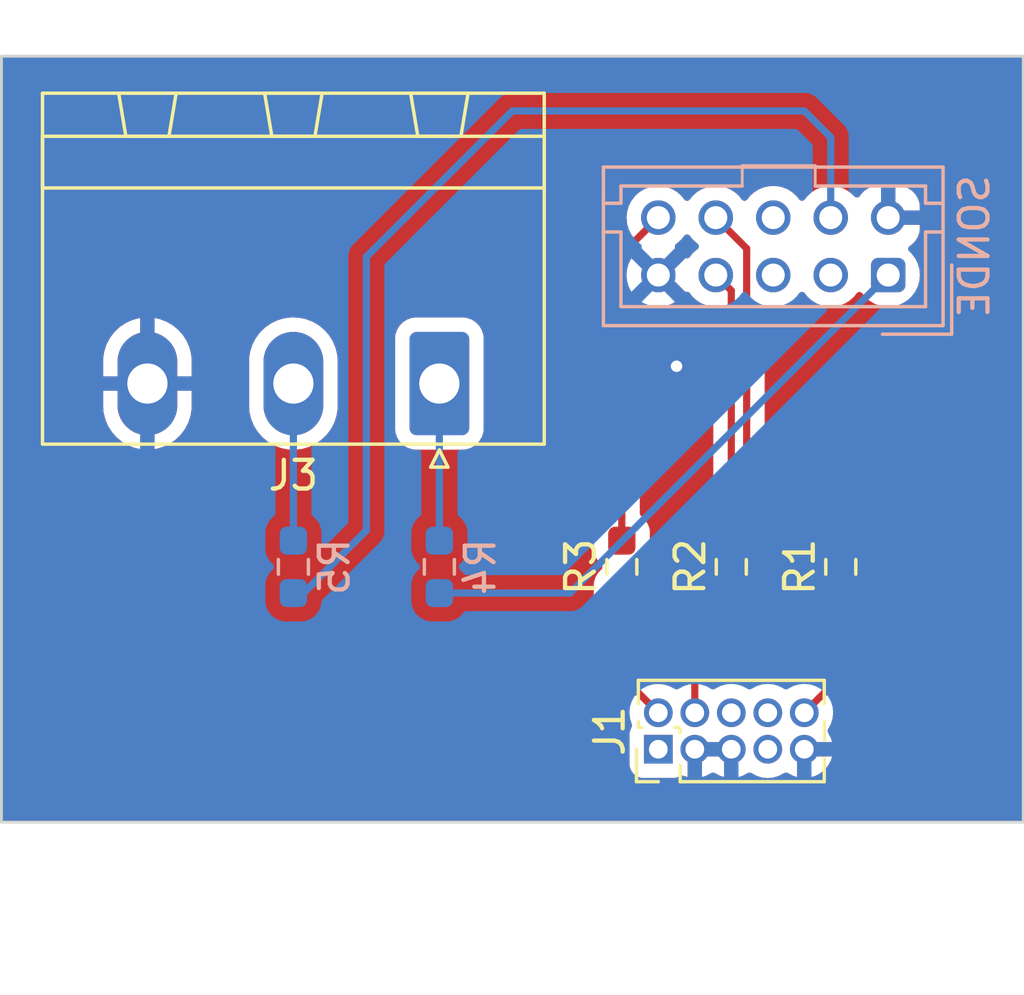
<source format=kicad_pcb>
(kicad_pcb (version 20221018) (generator pcbnew)
  (layers (0 "F.Cu" signal) (31 "B.Cu" signal) (34 "B.Paste" user) (35 "F.Paste" user) (36 "B.SilkS" user "B.Silkscreen") (37 "F.SilkS" user "F.Silkscreen") (38 "B.Mask" user) (39 "F.Mask" user) (44 "Edge.Cuts" user))
  (net 0 "")
  (net 2 "Net-(J1-SWDIO{slash}TMS)")
  (net 3 "GND")
  (net 4 "Net-(J1-SWDCLK{slash}TCK)")
  (net 8 "Net-(J1-~{RESET})")
  (net 9 "Net-(J3-Pin_1)")
  (net 10 "Net-(J3-Pin_2)")
  (net 11 "/MCU_RST")
  (net 12 "/SWDCLK")
  (net 13 "/SWDIO")
  (net 14 "/XDATA_RX")
  (net 15 "/XDATA_TX")
  (footprint "Resistor_SMD:R_0603_1608Metric_Pad0.98x0.95mm_HandSolder" (layer "F.Cu") (at 123.19 93.98 90)
    (fp_text reference "R3" (at 0 -1.43 90) (layer "F.SilkS"))
    (fp_text value "27")
    (fp_line (start -0.254724 -0.5225) (end 0.254724 -0.5225) (stroke (width 0.12)) (layer "F.SilkS"))
    (fp_line (start -0.254724 0.5225) (end 0.254724 0.5225) (stroke (width 0.12)) (layer "F.SilkS"))
    (pad "1" smd roundrect (at -0.9125 0 90) (size 0.975 0.95) (layers "F.Cu" "F.Paste" "F.Mask") (net 2 "Net-(J1-SWDIO{slash}TMS)"))
    (pad "2" smd roundrect (at 0.9125 0 90) (size 0.975 0.95) (layers "F.Cu" "F.Paste" "F.Mask") (net 13 "/SWDIO"))
  )
  (footprint "Resistor_SMD:R_0603_1608Metric_Pad0.98x0.95mm_HandSolder" (layer "F.Cu") (at 127 93.98 90)
    (fp_text reference "R2" (at 0 -1.43 90) (layer "F.SilkS"))
    (fp_text value "27")
    (fp_line (start -0.254724 -0.5225) (end 0.254724 -0.5225) (stroke (width 0.12)) (layer "F.SilkS"))
    (fp_line (start -0.254724 0.5225) (end 0.254724 0.5225) (stroke (width 0.12)) (layer "F.SilkS"))
    (pad "1" smd roundrect (at -0.9125 0 90) (size 0.975 0.95) (layers "F.Cu" "F.Paste" "F.Mask") (net 4 "Net-(J1-SWDCLK{slash}TCK)"))
    (pad "2" smd roundrect (at 0.9125 0 90) (size 0.975 0.95) (layers "F.Cu" "F.Paste" "F.Mask") (net 12 "/SWDCLK"))
  )
  (footprint "Resistor_SMD:R_0603_1608Metric_Pad0.98x0.95mm_HandSolder" (layer "F.Cu") (at 130.81 93.98 90)
    (fp_text reference "R1" (at 0 -1.43 90) (layer "F.SilkS"))
    (fp_text value "27")
    (fp_line (start -0.254724 -0.5225) (end 0.254724 -0.5225) (stroke (width 0.12)) (layer "F.SilkS"))
    (fp_line (start -0.254724 0.5225) (end 0.254724 0.5225) (stroke (width 0.12)) (layer "F.SilkS"))
    (pad "1" smd roundrect (at -0.9125 0 90) (size 0.975 0.95) (layers "F.Cu" "F.Paste" "F.Mask") (net 8 "Net-(J1-~{RESET})"))
    (pad "2" smd roundrect (at 0.9125 0 90) (size 0.975 0.95) (layers "F.Cu" "F.Paste" "F.Mask") (net 11 "/MCU_RST"))
  )
  (footprint "Connector_Phoenix_MSTB:PhoenixContact_MSTBA_2,5_3-G-5,08_1x03_P5.08mm_Horizontal" (layer "F.Cu") (at 116.84 87.5975 180)
    (fp_text reference "J3" (at 5.08 -3.2) (layer "F.SilkS"))
    (fp_text value "Conn_01x03_Socket")
    (fp_line (start -3.65 -2.11) (end -3.65 10.11) (stroke (width 0.12)) (layer "F.SilkS"))
    (fp_line (start -3.65 6.81) (end 13.81 6.81) (stroke (width 0.12)) (layer "F.SilkS"))
    (fp_line (start -3.65 8.61) (end -3.65 6.81) (stroke (width 0.12)) (layer "F.SilkS"))
    (fp_line (start -3.65 10.11) (end 13.81 10.11) (stroke (width 0.12)) (layer "F.SilkS"))
    (fp_line (start -1 10.11) (end 1 10.11) (stroke (width 0.12)) (layer "F.SilkS"))
    (fp_line (start -0.75 8.61) (end -1 10.11) (stroke (width 0.12)) (layer "F.SilkS"))
    (fp_line (start -0.3 -2.91) (end 0.3 -2.91) (stroke (width 0.12)) (layer "F.SilkS"))
    (fp_line (start 0 -2.31) (end -0.3 -2.91) (stroke (width 0.12)) (layer "F.SilkS"))
    (fp_line (start 0.3 -2.91) (end 0 -2.31) (stroke (width 0.12)) (layer "F.SilkS"))
    (fp_line (start 0.75 8.61) (end -0.75 8.61) (stroke (width 0.12)) (layer "F.SilkS"))
    (fp_line (start 1 10.11) (end 0.75 8.61) (stroke (width 0.12)) (layer "F.SilkS"))
    (fp_line (start 4.08 10.11) (end 6.08 10.11) (stroke (width 0.12)) (layer "F.SilkS"))
    (fp_line (start 4.33 8.61) (end 4.08 10.11) (stroke (width 0.12)) (layer "F.SilkS"))
    (fp_line (start 5.83 8.61) (end 4.33 8.61) (stroke (width 0.12)) (layer "F.SilkS"))
    (fp_line (start 6.08 10.11) (end 5.83 8.61) (stroke (width 0.12)) (layer "F.SilkS"))
    (fp_line (start 9.16 10.11) (end 11.16 10.11) (stroke (width 0.12)) (layer "F.SilkS"))
    (fp_line (start 9.41 8.61) (end 9.16 10.11) (stroke (width 0.12)) (layer "F.SilkS"))
    (fp_line (start 10.91 8.61) (end 9.41 8.61) (stroke (width 0.12)) (layer "F.SilkS"))
    (fp_line (start 11.16 10.11) (end 10.91 8.61) (stroke (width 0.12)) (layer "F.SilkS"))
    (fp_line (start 13.81 -2.11) (end -3.65 -2.11) (stroke (width 0.12)) (layer "F.SilkS"))
    (fp_line (start 13.81 6.81) (end 13.81 8.61) (stroke (width 0.12)) (layer "F.SilkS"))
    (fp_line (start 13.81 8.61) (end -3.65 8.61) (stroke (width 0.12)) (layer "F.SilkS"))
    (fp_line (start 13.81 10.11) (end 13.81 -2.11) (stroke (width 0.12)) (layer "F.SilkS"))
    (pad "1" thru_hole roundrect (at 0 0 180) (size 2.08 3.6) (drill 1.4) (layers "*.Cu" "*.Mask") (roundrect_rratio 0.120192) (net 9 "Net-(J3-Pin_1)"))
    (pad "2" thru_hole oval (at 5.08 0 180) (size 2.08 3.6) (drill 1.4) (layers "*.Cu" "*.Mask") (net 10 "Net-(J3-Pin_2)"))
    (pad "3" thru_hole oval (at 10.16 0 180) (size 2.08 3.6) (drill 1.4) (layers "*.Cu" "*.Mask") (net 3 "GND"))
  )
  (footprint "Connector_PinHeader_1.27mm:PinHeader_2x05_P1.27mm_Vertical" (layer "F.Cu") (at 124.46 100.33 90)
    (fp_text reference "J1" (at 0.635 -1.695 90) (layer "F.SilkS"))
    (fp_text value "Conn_ARM_JTAG_SWD_10")
    (fp_line (start -1.13 -0.76) (end 0 -0.76) (stroke (width 0.12)) (layer "F.SilkS"))
    (fp_line (start -1.13 0) (end -1.13 -0.76) (stroke (width 0.12)) (layer "F.SilkS"))
    (fp_line (start -1.13 0.76) (end -1.13 5.775) (stroke (width 0.12)) (layer "F.SilkS"))
    (fp_line (start -1.13 0.76) (end -0.563471 0.76) (stroke (width 0.12)) (layer "F.SilkS"))
    (fp_line (start -1.13 5.775) (end -0.30753 5.775) (stroke (width 0.12)) (layer "F.SilkS"))
    (fp_line (start 0.30753 5.775) (end 0.96247 5.775) (stroke (width 0.12)) (layer "F.SilkS"))
    (fp_line (start 0.563471 0.76) (end 0.706529 0.76) (stroke (width 0.12)) (layer "F.SilkS"))
    (fp_line (start 0.76 -0.695) (end 0.96247 -0.695) (stroke (width 0.12)) (layer "F.SilkS"))
    (fp_line (start 0.76 -0.563471) (end 0.76 -0.695) (stroke (width 0.12)) (layer "F.SilkS"))
    (fp_line (start 0.76 0.706529) (end 0.76 0.563471) (stroke (width 0.12)) (layer "F.SilkS"))
    (fp_line (start 1.57753 -0.695) (end 2.4 -0.695) (stroke (width 0.12)) (layer "F.SilkS"))
    (fp_line (start 1.57753 5.775) (end 2.4 5.775) (stroke (width 0.12)) (layer "F.SilkS"))
    (fp_line (start 2.4 -0.695) (end 2.4 5.775) (stroke (width 0.12)) (layer "F.SilkS"))
    (pad "1" thru_hole rect (at 0 0 90) (size 1 1) (drill 0.65) (layers "*.Cu" "*.Mask"))
    (pad "2" thru_hole oval (at 1.27 0 90) (size 1 1) (drill 0.65) (layers "*.Cu" "*.Mask") (net 2 "Net-(J1-SWDIO{slash}TMS)"))
    (pad "3" thru_hole oval (at 0 1.27 90) (size 1 1) (drill 0.65) (layers "*.Cu" "*.Mask") (net 3 "GND"))
    (pad "4" thru_hole oval (at 1.27 1.27 90) (size 1 1) (drill 0.65) (layers "*.Cu" "*.Mask") (net 4 "Net-(J1-SWDCLK{slash}TCK)"))
    (pad "5" thru_hole oval (at 0 2.54 90) (size 1 1) (drill 0.65) (layers "*.Cu" "*.Mask") (net 3 "GND"))
    (pad "6" thru_hole oval (at 1.27 2.54 90) (size 1 1) (drill 0.65) (layers "*.Cu" "*.Mask"))
    (pad "7" thru_hole oval (at 0 3.81 90) (size 1 1) (drill 0.65) (layers "*.Cu" "*.Mask"))
    (pad "8" thru_hole oval (at 1.27 3.81 90) (size 1 1) (drill 0.65) (layers "*.Cu" "*.Mask"))
    (pad "9" thru_hole oval (at 0 5.08 90) (size 1 1) (drill 0.65) (layers "*.Cu" "*.Mask") (net 3 "GND"))
    (pad "10" thru_hole oval (at 1.27 5.08 90) (size 1 1) (drill 0.65) (layers "*.Cu" "*.Mask") (net 8 "Net-(J1-~{RESET})"))
  )
  (footprint "Connector_JAE:JAE_LY20-10P-DT1_2x05_P2.00mm_Vertical" (layer "B.Cu") (at 132.46 83.82 90)
    (fp_text reference "SONDE" (at 1 3 -90) (layer "B.SilkS") (effects (justify mirror)))
    (fp_text value "Conn_02x05_Odd_Even")
    (fp_line (start -2.06 2.21) (end -2.06 -0.2) (stroke (width 0.12)) (layer "B.SilkS"))
    (fp_line (start -1.76 -9.91) (end 3.76 -9.91) (stroke (width 0.12)) (layer "B.SilkS"))
    (fp_line (start -1.76 1.91) (end -1.76 -9.91) (stroke (width 0.12)) (layer "B.SilkS"))
    (fp_line (start -1.1 -9.3) (end -1.1 -5.7) (stroke (width 0.12)) (layer "B.SilkS"))
    (fp_line (start -1.1 1.3) (end -1.1 -5.7) (stroke (width 0.12)) (layer "B.SilkS"))
    (fp_line (start 0.35 2.21) (end -2.06 2.21) (stroke (width 0.12)) (layer "B.SilkS"))
    (fp_line (start 1.5 -9.91) (end 1.5 -9.3) (stroke (width 0.12)) (layer "B.SilkS"))
    (fp_line (start 1.5 -9.3) (end -1.1 -9.3) (stroke (width 0.12)) (layer "B.SilkS"))
    (fp_line (start 1.5 1.3) (end -1.1 1.3) (stroke (width 0.12)) (layer "B.SilkS"))
    (fp_line (start 1.5 1.91) (end 1.5 1.3) (stroke (width 0.12)) (layer "B.SilkS"))
    (fp_line (start 2.5 -9.91) (end 2.5 -9.3) (stroke (width 0.12)) (layer "B.SilkS"))
    (fp_line (start 2.5 -9.3) (end 3.1 -9.3) (stroke (width 0.12)) (layer "B.SilkS"))
    (fp_line (start 2.5 1.3) (end 3.1 1.3) (stroke (width 0.12)) (layer "B.SilkS"))
    (fp_line (start 2.5 1.91) (end 2.5 1.3) (stroke (width 0.12)) (layer "B.SilkS"))
    (fp_line (start 3.1 -9.3) (end 3.1 -5.08) (stroke (width 0.12)) (layer "B.SilkS"))
    (fp_line (start 3.1 -2.54) (end 3.81 -2.54) (stroke (width 0.1)) (layer "B.SilkS"))
    (fp_line (start 3.1 1.3) (end 3.1 -2.54) (stroke (width 0.12)) (layer "B.SilkS"))
    (fp_line (start 3.76 -9.91) (end 3.76 1.91) (stroke (width 0.12)) (layer "B.SilkS"))
    (fp_line (start 3.76 1.91) (end -1.76 1.91) (stroke (width 0.12)) (layer "B.SilkS"))
    (fp_line (start 3.81 -5.08) (end 3.1 -5.08) (stroke (width 0.1)) (layer "B.SilkS"))
    (fp_line (start 3.81 -2.54) (end 3.81 -5.08) (stroke (width 0.1)) (layer "B.SilkS"))
    (pad "1" thru_hole circle (at 2 0 90) (size 1.2 1.2) (drill 0.8) (layers "*.Cu" "*.Mask") (net 3 "GND"))
    (pad "2" thru_hole roundrect (at 0 0 90) (size 1.2 1.2) (drill 0.8) (layers "*.Cu" "*.Mask") (roundrect_rratio 0.208333) (net 14 "/XDATA_RX"))
    (pad "3" thru_hole circle (at 2 -2 90) (size 1.2 1.2) (drill 0.8) (layers "*.Cu" "*.Mask") (net 15 "/XDATA_TX"))
    (pad "4" thru_hole circle (at 0 -2 90) (size 1.2 1.2) (drill 0.8) (layers "*.Cu" "*.Mask"))
    (pad "5" thru_hole circle (at 2 -4 90) (size 1.2 1.2) (drill 0.8) (layers "*.Cu" "*.Mask"))
    (pad "6" thru_hole circle (at 0 -4 90) (size 1.2 1.2) (drill 0.8) (layers "*.Cu" "*.Mask"))
    (pad "7" thru_hole circle (at 2 -6 90) (size 1.2 1.2) (drill 0.8) (layers "*.Cu" "*.Mask") (net 11 "/MCU_RST"))
    (pad "8" thru_hole circle (at 0 -6 90) (size 1.2 1.2) (drill 0.8) (layers "*.Cu" "*.Mask") (net 12 "/SWDCLK"))
    (pad "9" thru_hole circle (at 2 -8 90) (size 1.2 1.2) (drill 0.8) (layers "*.Cu" "*.Mask") (net 13 "/SWDIO"))
    (pad "10" thru_hole circle (at 0 -8 90) (size 1.2 1.2) (drill 0.8) (layers "*.Cu" "*.Mask") (net 3 "GND"))
  )
  (footprint "Resistor_SMD:R_0603_1608Metric_Pad0.98x0.95mm_HandSolder" (layer "B.Cu") (at 116.84 93.98 90)
    (fp_text reference "R4" (at 0 1.43 90) (layer "B.SilkS") (effects (justify mirror)))
    (fp_text value "27")
    (fp_line (start -0.254724 -0.5225) (end 0.254724 -0.5225) (stroke (width 0.12)) (layer "B.SilkS"))
    (fp_line (start -0.254724 0.5225) (end 0.254724 0.5225) (stroke (width 0.12)) (layer "B.SilkS"))
    (pad "1" smd roundrect (at -0.9125 0 90) (size 0.975 0.95) (layers "B.Cu" "B.Paste" "B.Mask") (net 14 "/XDATA_RX"))
    (pad "2" smd roundrect (at 0.9125 0 90) (size 0.975 0.95) (layers "B.Cu" "B.Paste" "B.Mask") (net 9 "Net-(J3-Pin_1)"))
  )
  (footprint "Resistor_SMD:R_0603_1608Metric_Pad0.98x0.95mm_HandSolder" (layer "B.Cu") (at 111.76 93.98 90)
    (fp_text reference "R5" (at 0 1.43 90) (layer "B.SilkS") (effects (justify mirror)))
    (fp_text value "27")
    (fp_line (start -0.254724 -0.5225) (end 0.254724 -0.5225) (stroke (width 0.12)) (layer "B.SilkS"))
    (fp_line (start -0.254724 0.5225) (end 0.254724 0.5225) (stroke (width 0.12)) (layer "B.SilkS"))
    (pad "1" smd roundrect (at -0.9125 0 90) (size 0.975 0.95) (layers "B.Cu" "B.Paste" "B.Mask") (net 15 "/XDATA_TX"))
    (pad "2" smd roundrect (at 0.9125 0 90) (size 0.975 0.95) (layers "B.Cu" "B.Paste" "B.Mask") (net 10 "Net-(J3-Pin_2)"))
  )
  (gr_poly (pts (xy 101.6 76.2) (xy 137.16 76.2) (xy 137.16 102.87) (xy 101.6 102.87)) (stroke (width 0.1)) (fill none) (layer "Edge.Cuts"))
  (segment (start 123.19 94.8925) (end 123.19 97.79) (width 0.25) (layer "F.Cu") (net 2))
  (segment (start 123.19 97.79) (end 124.46 99.06) (width 0.25) (layer "F.Cu") (net 2))
  (via (at 125.095 86.995) (size 0.8) (drill 0.4) (layers "F.Cu" "B.Cu") (net 3))
  (segment (start 127 96.52) (end 125.73 97.79) (width 0.25) (layer "F.Cu") (net 4))
  (segment (start 125.73 97.79) (end 125.73 99.06) (width 0.25) (layer "F.Cu") (net 4))
  (segment (start 127 94.8925) (end 127 96.52) (width 0.25) (layer "F.Cu") (net 4))
  (segment (start 130.81 97.79) (end 129.54 99.06) (width 0.25) (layer "F.Cu") (net 8))
  (segment (start 130.81 94.8925) (end 130.81 97.79) (width 0.25) (layer "F.Cu") (net 8))
  (segment (start 116.84 93.0675) (end 116.84 87.5975) (width 0.25) (layer "B.Cu") (net 9))
  (segment (start 111.76 93.0675) (end 111.76 87.5975) (width 0.25) (layer "B.Cu") (net 10))
  (segment (start 127.535 82.895) (end 126.46 81.82) (width 0.25) (layer "F.Cu") (net 11))
  (segment (start 127.535 89.7925) (end 127.535 82.895) (width 0.25) (layer "F.Cu") (net 11))
  (segment (start 130.81 93.0675) (end 127.535 89.7925) (width 0.25) (layer "F.Cu") (net 11))
  (segment (start 127 84.36) (end 126.46 83.82) (width 0.25) (layer "F.Cu") (net 12))
  (segment (start 127 93.0675) (end 127 84.36) (width 0.25) (layer "F.Cu") (net 12))
  (segment (start 123.19 93.0675) (end 123.19 83.09) (width 0.25) (layer "F.Cu") (net 13))
  (segment (start 123.19 83.09) (end 124.46 81.82) (width 0.25) (layer "F.Cu") (net 13))
  (segment (start 121.3875 94.8925) (end 132.46 83.82) (width 0.25) (layer "B.Cu") (net 14))
  (segment (start 116.84 94.8925) (end 121.3875 94.8925) (width 0.25) (layer "B.Cu") (net 14))
  (segment (start 119.38 78.105) (end 129.54 78.105) (width 0.25) (layer "B.Cu") (net 15))
  (segment (start 114.3 92.71) (end 114.3 83.185) (width 0.25) (layer "B.Cu") (net 15))
  (segment (start 114.3 83.185) (end 119.38 78.105) (width 0.25) (layer "B.Cu") (net 15))
  (segment (start 112.1175 94.8925) (end 114.3 92.71) (width 0.25) (layer "B.Cu") (net 15))
  (segment (start 129.54 78.105) (end 130.46 79.025) (width 0.25) (layer "B.Cu") (net 15))
  (segment (start 111.76 94.8925) (end 112.1175 94.8925) (width 0.25) (layer "B.Cu") (net 15))
  (segment (start 130.46 79.025) (end 130.46 81.82) (width 0.25) (layer "B.Cu") (net 15))
  (zone (net 3) (net_name "GND") (layers "F&B.Cu") (connect_pads (clearance 0.5)) (min_thickness 0.25) (fill yes (thermal_gap 0.5) (thermal_bridge_width 0.5))
    (polygon (pts (xy 101.6 76.2) (xy 137.16 76.2) (xy 137.16 102.87) (xy 101.6 102.87)))
  )
)
</source>
